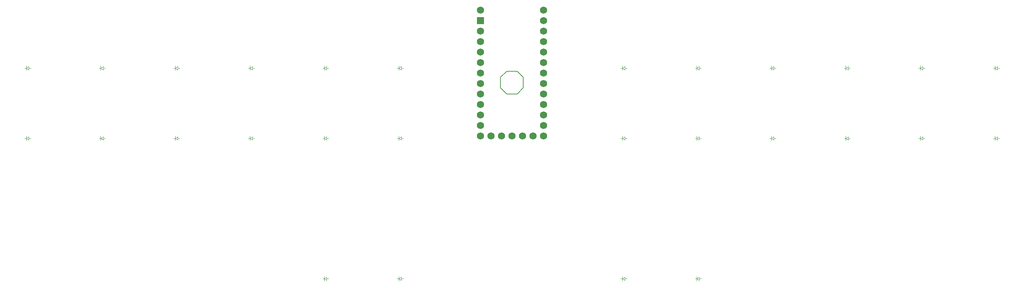
<source format=gbr>
%TF.GenerationSoftware,KiCad,Pcbnew,9.0.0*%
%TF.CreationDate,2025-04-18T14:09:36+02:00*%
%TF.ProjectId,pcb,7063622e-6b69-4636-9164-5f7063625858,v1.0.0*%
%TF.SameCoordinates,Original*%
%TF.FileFunction,Legend,Bot*%
%TF.FilePolarity,Positive*%
%FSLAX46Y46*%
G04 Gerber Fmt 4.6, Leading zero omitted, Abs format (unit mm)*
G04 Created by KiCad (PCBNEW 9.0.0) date 2025-04-18 14:09:36*
%MOMM*%
%LPD*%
G01*
G04 APERTURE LIST*
%ADD10C,0.100000*%
%ADD11C,0.150000*%
%ADD12C,1.752600*%
%ADD13R,1.752600X1.752600*%
G04 APERTURE END LIST*
D10*
%TO.C,D1*%
X100250000Y-105000000D02*
X100750000Y-105000000D01*
X100250000Y-105400000D02*
X99650000Y-105000000D01*
X100250000Y-104600000D02*
X100250000Y-105400000D01*
X99650000Y-105000000D02*
X100250000Y-104600000D01*
X99650000Y-105000000D02*
X99650000Y-105550000D01*
X99650000Y-105000000D02*
X99650000Y-104450000D01*
X99250000Y-105000000D02*
X99650000Y-105000000D01*
%TO.C,D2*%
X100250000Y-88000000D02*
X100750000Y-88000000D01*
X100250000Y-88400000D02*
X99650000Y-88000000D01*
X100250000Y-87600000D02*
X100250000Y-88400000D01*
X99650000Y-88000000D02*
X100250000Y-87600000D01*
X99650000Y-88000000D02*
X99650000Y-88550000D01*
X99650000Y-88000000D02*
X99650000Y-87450000D01*
X99250000Y-88000000D02*
X99650000Y-88000000D01*
%TO.C,D3*%
X118250000Y-105000000D02*
X118750000Y-105000000D01*
X118250000Y-105400000D02*
X117650000Y-105000000D01*
X118250000Y-104600000D02*
X118250000Y-105400000D01*
X117650000Y-105000000D02*
X118250000Y-104600000D01*
X117650000Y-105000000D02*
X117650000Y-105550000D01*
X117650000Y-105000000D02*
X117650000Y-104450000D01*
X117250000Y-105000000D02*
X117650000Y-105000000D01*
%TO.C,D4*%
X118250000Y-88000000D02*
X118750000Y-88000000D01*
X118250000Y-88400000D02*
X117650000Y-88000000D01*
X118250000Y-87600000D02*
X118250000Y-88400000D01*
X117650000Y-88000000D02*
X118250000Y-87600000D01*
X117650000Y-88000000D02*
X117650000Y-88550000D01*
X117650000Y-88000000D02*
X117650000Y-87450000D01*
X117250000Y-88000000D02*
X117650000Y-88000000D01*
%TO.C,D5*%
X136250000Y-105000000D02*
X136750000Y-105000000D01*
X136250000Y-105400000D02*
X135650000Y-105000000D01*
X136250000Y-104600000D02*
X136250000Y-105400000D01*
X135650000Y-105000000D02*
X136250000Y-104600000D01*
X135650000Y-105000000D02*
X135650000Y-105550000D01*
X135650000Y-105000000D02*
X135650000Y-104450000D01*
X135250000Y-105000000D02*
X135650000Y-105000000D01*
%TO.C,D6*%
X136250000Y-88000000D02*
X136750000Y-88000000D01*
X136250000Y-88400000D02*
X135650000Y-88000000D01*
X136250000Y-87600000D02*
X136250000Y-88400000D01*
X135650000Y-88000000D02*
X136250000Y-87600000D01*
X135650000Y-88000000D02*
X135650000Y-88550000D01*
X135650000Y-88000000D02*
X135650000Y-87450000D01*
X135250000Y-88000000D02*
X135650000Y-88000000D01*
%TO.C,D7*%
X154250000Y-105000000D02*
X154750000Y-105000000D01*
X154250000Y-105400000D02*
X153650000Y-105000000D01*
X154250000Y-104600000D02*
X154250000Y-105400000D01*
X153650000Y-105000000D02*
X154250000Y-104600000D01*
X153650000Y-105000000D02*
X153650000Y-105550000D01*
X153650000Y-105000000D02*
X153650000Y-104450000D01*
X153250000Y-105000000D02*
X153650000Y-105000000D01*
%TO.C,D8*%
X154250000Y-88000000D02*
X154750000Y-88000000D01*
X154250000Y-88400000D02*
X153650000Y-88000000D01*
X154250000Y-87600000D02*
X154250000Y-88400000D01*
X153650000Y-88000000D02*
X154250000Y-87600000D01*
X153650000Y-88000000D02*
X153650000Y-88550000D01*
X153650000Y-88000000D02*
X153650000Y-87450000D01*
X153250000Y-88000000D02*
X153650000Y-88000000D01*
%TO.C,D9*%
X172250000Y-105000000D02*
X172750000Y-105000000D01*
X172250000Y-105400000D02*
X171650000Y-105000000D01*
X172250000Y-104600000D02*
X172250000Y-105400000D01*
X171650000Y-105000000D02*
X172250000Y-104600000D01*
X171650000Y-105000000D02*
X171650000Y-105550000D01*
X171650000Y-105000000D02*
X171650000Y-104450000D01*
X171250000Y-105000000D02*
X171650000Y-105000000D01*
%TO.C,D10*%
X172250000Y-88000000D02*
X172750000Y-88000000D01*
X172250000Y-88400000D02*
X171650000Y-88000000D01*
X172250000Y-87600000D02*
X172250000Y-88400000D01*
X171650000Y-88000000D02*
X172250000Y-87600000D01*
X171650000Y-88000000D02*
X171650000Y-88550000D01*
X171650000Y-88000000D02*
X171650000Y-87450000D01*
X171250000Y-88000000D02*
X171650000Y-88000000D01*
%TO.C,D11*%
X190250000Y-105000000D02*
X190750000Y-105000000D01*
X190250000Y-105400000D02*
X189650000Y-105000000D01*
X190250000Y-104600000D02*
X190250000Y-105400000D01*
X189650000Y-105000000D02*
X190250000Y-104600000D01*
X189650000Y-105000000D02*
X189650000Y-105550000D01*
X189650000Y-105000000D02*
X189650000Y-104450000D01*
X189250000Y-105000000D02*
X189650000Y-105000000D01*
%TO.C,D12*%
X190250000Y-88000000D02*
X190750000Y-88000000D01*
X190250000Y-88400000D02*
X189650000Y-88000000D01*
X190250000Y-87600000D02*
X190250000Y-88400000D01*
X189650000Y-88000000D02*
X190250000Y-87600000D01*
X189650000Y-88000000D02*
X189650000Y-88550000D01*
X189650000Y-88000000D02*
X189650000Y-87450000D01*
X189250000Y-88000000D02*
X189650000Y-88000000D01*
%TO.C,D13*%
X244250000Y-105000000D02*
X244750000Y-105000000D01*
X244250000Y-105400000D02*
X243650000Y-105000000D01*
X244250000Y-104600000D02*
X244250000Y-105400000D01*
X243650000Y-105000000D02*
X244250000Y-104600000D01*
X243650000Y-105000000D02*
X243650000Y-105550000D01*
X243650000Y-105000000D02*
X243650000Y-104450000D01*
X243250000Y-105000000D02*
X243650000Y-105000000D01*
%TO.C,D14*%
X244250000Y-88000000D02*
X244750000Y-88000000D01*
X244250000Y-88400000D02*
X243650000Y-88000000D01*
X244250000Y-87600000D02*
X244250000Y-88400000D01*
X243650000Y-88000000D02*
X244250000Y-87600000D01*
X243650000Y-88000000D02*
X243650000Y-88550000D01*
X243650000Y-88000000D02*
X243650000Y-87450000D01*
X243250000Y-88000000D02*
X243650000Y-88000000D01*
%TO.C,D15*%
X262250000Y-105000000D02*
X262750000Y-105000000D01*
X262250000Y-105400000D02*
X261650000Y-105000000D01*
X262250000Y-104600000D02*
X262250000Y-105400000D01*
X261650000Y-105000000D02*
X262250000Y-104600000D01*
X261650000Y-105000000D02*
X261650000Y-105550000D01*
X261650000Y-105000000D02*
X261650000Y-104450000D01*
X261250000Y-105000000D02*
X261650000Y-105000000D01*
%TO.C,D16*%
X262250000Y-88000000D02*
X262750000Y-88000000D01*
X262250000Y-88400000D02*
X261650000Y-88000000D01*
X262250000Y-87600000D02*
X262250000Y-88400000D01*
X261650000Y-88000000D02*
X262250000Y-87600000D01*
X261650000Y-88000000D02*
X261650000Y-88550000D01*
X261650000Y-88000000D02*
X261650000Y-87450000D01*
X261250000Y-88000000D02*
X261650000Y-88000000D01*
%TO.C,D17*%
X280250000Y-105000000D02*
X280750000Y-105000000D01*
X280250000Y-105400000D02*
X279650000Y-105000000D01*
X280250000Y-104600000D02*
X280250000Y-105400000D01*
X279650000Y-105000000D02*
X280250000Y-104600000D01*
X279650000Y-105000000D02*
X279650000Y-105550000D01*
X279650000Y-105000000D02*
X279650000Y-104450000D01*
X279250000Y-105000000D02*
X279650000Y-105000000D01*
%TO.C,D18*%
X280250000Y-88000000D02*
X280750000Y-88000000D01*
X280250000Y-88400000D02*
X279650000Y-88000000D01*
X280250000Y-87600000D02*
X280250000Y-88400000D01*
X279650000Y-88000000D02*
X280250000Y-87600000D01*
X279650000Y-88000000D02*
X279650000Y-88550000D01*
X279650000Y-88000000D02*
X279650000Y-87450000D01*
X279250000Y-88000000D02*
X279650000Y-88000000D01*
%TO.C,D19*%
X298250000Y-105000000D02*
X298750000Y-105000000D01*
X298250000Y-105400000D02*
X297650000Y-105000000D01*
X298250000Y-104600000D02*
X298250000Y-105400000D01*
X297650000Y-105000000D02*
X298250000Y-104600000D01*
X297650000Y-105000000D02*
X297650000Y-105550000D01*
X297650000Y-105000000D02*
X297650000Y-104450000D01*
X297250000Y-105000000D02*
X297650000Y-105000000D01*
%TO.C,D20*%
X298250000Y-88000000D02*
X298750000Y-88000000D01*
X298250000Y-88400000D02*
X297650000Y-88000000D01*
X298250000Y-87600000D02*
X298250000Y-88400000D01*
X297650000Y-88000000D02*
X298250000Y-87600000D01*
X297650000Y-88000000D02*
X297650000Y-88550000D01*
X297650000Y-88000000D02*
X297650000Y-87450000D01*
X297250000Y-88000000D02*
X297650000Y-88000000D01*
%TO.C,D21*%
X316250000Y-105000000D02*
X316750000Y-105000000D01*
X316250000Y-105400000D02*
X315650000Y-105000000D01*
X316250000Y-104600000D02*
X316250000Y-105400000D01*
X315650000Y-105000000D02*
X316250000Y-104600000D01*
X315650000Y-105000000D02*
X315650000Y-105550000D01*
X315650000Y-105000000D02*
X315650000Y-104450000D01*
X315250000Y-105000000D02*
X315650000Y-105000000D01*
%TO.C,D22*%
X316250000Y-88000000D02*
X316750000Y-88000000D01*
X316250000Y-88400000D02*
X315650000Y-88000000D01*
X316250000Y-87600000D02*
X316250000Y-88400000D01*
X315650000Y-88000000D02*
X316250000Y-87600000D01*
X315650000Y-88000000D02*
X315650000Y-88550000D01*
X315650000Y-88000000D02*
X315650000Y-87450000D01*
X315250000Y-88000000D02*
X315650000Y-88000000D01*
%TO.C,D23*%
X334250000Y-105000000D02*
X334750000Y-105000000D01*
X334250000Y-105400000D02*
X333650000Y-105000000D01*
X334250000Y-104600000D02*
X334250000Y-105400000D01*
X333650000Y-105000000D02*
X334250000Y-104600000D01*
X333650000Y-105000000D02*
X333650000Y-105550000D01*
X333650000Y-105000000D02*
X333650000Y-104450000D01*
X333250000Y-105000000D02*
X333650000Y-105000000D01*
%TO.C,D24*%
X334250000Y-88000000D02*
X334750000Y-88000000D01*
X334250000Y-88400000D02*
X333650000Y-88000000D01*
X334250000Y-87600000D02*
X334250000Y-88400000D01*
X333650000Y-88000000D02*
X334250000Y-87600000D01*
X333650000Y-88000000D02*
X333650000Y-88550000D01*
X333650000Y-88000000D02*
X333650000Y-87450000D01*
X333250000Y-88000000D02*
X333650000Y-88000000D01*
%TO.C,D25*%
X172250000Y-139000000D02*
X172750000Y-139000000D01*
X172250000Y-139400000D02*
X171650000Y-139000000D01*
X172250000Y-138600000D02*
X172250000Y-139400000D01*
X171650000Y-139000000D02*
X172250000Y-138600000D01*
X171650000Y-139000000D02*
X171650000Y-139550000D01*
X171650000Y-139000000D02*
X171650000Y-138450000D01*
X171250000Y-139000000D02*
X171650000Y-139000000D01*
%TO.C,D26*%
X190250000Y-139000000D02*
X190750000Y-139000000D01*
X190250000Y-139400000D02*
X189650000Y-139000000D01*
X190250000Y-138600000D02*
X190250000Y-139400000D01*
X189650000Y-139000000D02*
X190250000Y-138600000D01*
X189650000Y-139000000D02*
X189650000Y-139550000D01*
X189650000Y-139000000D02*
X189650000Y-138450000D01*
X189250000Y-139000000D02*
X189650000Y-139000000D01*
%TO.C,D27*%
X244250000Y-139000000D02*
X244750000Y-139000000D01*
X244250000Y-139400000D02*
X243650000Y-139000000D01*
X244250000Y-138600000D02*
X244250000Y-139400000D01*
X243650000Y-139000000D02*
X244250000Y-138600000D01*
X243650000Y-139000000D02*
X243650000Y-139550000D01*
X243650000Y-139000000D02*
X243650000Y-138450000D01*
X243250000Y-139000000D02*
X243650000Y-139000000D01*
%TO.C,D28*%
X262250000Y-139000000D02*
X262750000Y-139000000D01*
X262250000Y-139400000D02*
X261650000Y-139000000D01*
X262250000Y-138600000D02*
X262250000Y-139400000D01*
X261650000Y-139000000D02*
X262250000Y-138600000D01*
X261650000Y-139000000D02*
X261650000Y-139550000D01*
X261650000Y-139000000D02*
X261650000Y-138450000D01*
X261250000Y-139000000D02*
X261650000Y-139000000D01*
D11*
%TO.C,B1*%
X219750000Y-92750000D02*
X218250000Y-94250000D01*
X219750000Y-90250000D02*
X218250000Y-88750000D01*
X219750000Y-90250000D02*
X219750000Y-92750000D01*
X215750000Y-94250000D02*
X218250000Y-94250000D01*
X215750000Y-88750000D02*
X218250000Y-88750000D01*
X214250000Y-92750000D02*
X215750000Y-94250000D01*
X214250000Y-90250000D02*
X215750000Y-88750000D01*
X214250000Y-90250000D02*
X214250000Y-92750000D01*
%TD*%
D12*
%TO.C,MCU1*%
X209380000Y-73990000D03*
D13*
X209380000Y-76530000D03*
D12*
X209380000Y-79070000D03*
X209380000Y-81610000D03*
X209380000Y-84150000D03*
X209380000Y-86690000D03*
X209380000Y-89230000D03*
X209380000Y-91770000D03*
X209380000Y-94310000D03*
X209380000Y-96850000D03*
X209380000Y-99390000D03*
X209380000Y-101930000D03*
X209380000Y-104470000D03*
X222080000Y-104470000D03*
X219540000Y-104470000D03*
X217000000Y-104470000D03*
X214460000Y-104470000D03*
X211920000Y-104470000D03*
X224620000Y-73990000D03*
X224620000Y-76530000D03*
X224620000Y-79070000D03*
X224620000Y-81610000D03*
X224620000Y-84150000D03*
X224620000Y-86690000D03*
X224620000Y-89230000D03*
X224620000Y-91770000D03*
X224620000Y-94310000D03*
X224620000Y-96850000D03*
X224620000Y-99390000D03*
X224620000Y-101930000D03*
X224620000Y-104470000D03*
%TD*%
M02*

</source>
